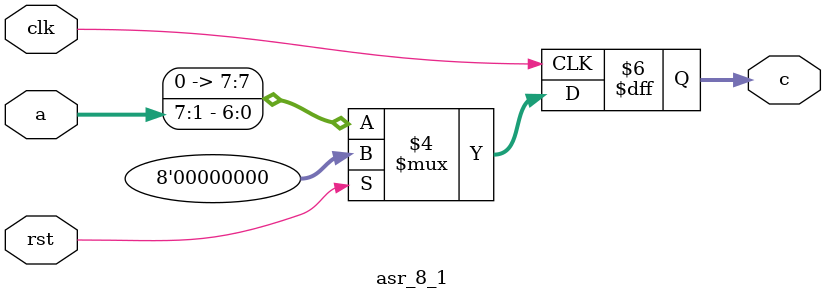
<source format=v>
module asr_8_1(
    a,
    c,
    clk,
    rst
);

input [7:0] a;
input clk, rst;
output [7:0] c;

always @ ( posedge clk )
begin
    case(rst)
        0: c = a >>> 1;
        default: c = 0;
    endcase
end
endmodule

</source>
